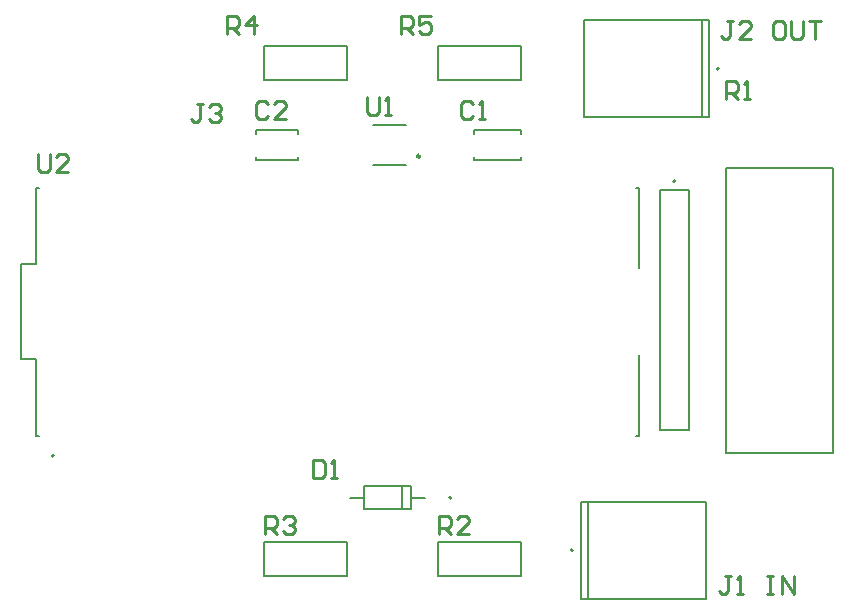
<source format=gbr>
%TF.GenerationSoftware,Altium Limited,Altium Designer,23.0.1 (38)*%
G04 Layer_Color=65535*
%FSLAX45Y45*%
%MOMM*%
%TF.SameCoordinates,E21AF8FC-8B61-408E-9598-FC2968858709*%
%TF.FilePolarity,Positive*%
%TF.FileFunction,Legend,Top*%
%TF.Part,Single*%
G01*
G75*
%TA.AperFunction,NonConductor*%
%ADD29C,0.20000*%
%ADD30C,0.25000*%
%ADD31C,0.12700*%
%ADD32C,0.15240*%
%ADD33C,0.25400*%
D29*
X2886700Y6337500D02*
G03*
X2886700Y6337500I-10000J0D01*
G01*
X6255000Y5981700D02*
G03*
X6255000Y5981700I-10000J0D01*
G01*
X7283100Y5537200D02*
G03*
X7283100Y5537200I-10000J0D01*
G01*
X8150700Y8660200D02*
G03*
X8150700Y8660200I-10000J0D01*
G01*
X8519000Y9613900D02*
G03*
X8519000Y9613900I-10000J0D01*
G01*
X5591952Y8800300D02*
X5871952D01*
X5591952Y9140300D02*
X5871952D01*
X4955200Y8841200D02*
Y8868700D01*
Y9063700D02*
Y9091200D01*
X4595200D02*
X4955200D01*
X4595200Y8841200D02*
Y8868700D01*
Y9063700D02*
Y9091200D01*
Y8841200D02*
X4955200D01*
X6842100D02*
Y8868700D01*
Y9063700D02*
Y9091200D01*
X6442100D02*
X6842100D01*
X6442100Y8841200D02*
Y8868700D01*
Y9063700D02*
Y9091200D01*
Y8841200D02*
X6842100D01*
D30*
X5987262Y8872800D02*
G03*
X5987262Y8872800I-12500J0D01*
G01*
D31*
X7814700Y8606500D02*
X7839700D01*
Y7922500D02*
Y8606500D01*
Y6506500D02*
Y7190500D01*
X7814700Y6506500D02*
X7839700D01*
X2739700Y8606500D02*
X2764700D01*
X2739700Y7956500D02*
Y8606500D01*
X2609700Y7956500D02*
X2739700D01*
X2609700Y7156500D02*
X2739700D01*
X2609700D02*
Y7956500D01*
X2739700Y6506500D02*
X2764700D01*
X2739700D02*
Y7156500D01*
X5915000Y5981700D02*
Y6081700D01*
Y5881700D02*
Y5981700D01*
X5515000Y5881700D02*
X5915000D01*
X5515000D02*
Y5981700D01*
Y6081700D01*
X5915000D01*
X5397000Y5981700D02*
X5515000D01*
X5915000D02*
X6033000D01*
X5836532Y5882351D02*
Y6080471D01*
X7348100Y5127200D02*
X7408100D01*
X7348100D02*
Y5947200D01*
X7408100D01*
Y5127200D02*
Y5947200D01*
X8408100Y5127200D02*
Y5947200D01*
X7408100Y5127200D02*
X8408100D01*
X7408100Y5947200D02*
X8408100D01*
X8015700Y6553200D02*
Y8585200D01*
X8265700D01*
X8015700Y6553200D02*
X8265700D01*
Y8585200D01*
X7374000Y9203900D02*
X8374000D01*
X7374000D02*
Y10023900D01*
X8374000D01*
Y9203900D02*
Y10023900D01*
X8434000Y9203900D02*
Y10023900D01*
X8374000D02*
X8434000D01*
X8374000Y9203900D02*
X8434000D01*
D32*
X6136640Y9521190D02*
Y9808210D01*
X6842760D01*
Y9521190D02*
Y9808210D01*
X6136640Y9521190D02*
X6842760D01*
X4663440D02*
Y9808210D01*
X5369560D01*
Y9521190D02*
Y9808210D01*
X4663440Y9521190D02*
X5369560D01*
X4663440Y5317490D02*
Y5604510D01*
X5369560D01*
Y5317490D02*
Y5604510D01*
X4663440Y5317490D02*
X5369560D01*
X6136640Y5604510D02*
X6842760D01*
X6136640Y5317490D02*
Y5604510D01*
Y5317490D02*
X6842760D01*
Y5604510D01*
X8578850Y6362700D02*
X9480550D01*
X8578850D02*
Y8775700D01*
X9480550D01*
Y6362700D02*
Y8775700D01*
D33*
X9055075Y10020251D02*
X9004292D01*
X8978900Y9994859D01*
Y9893292D01*
X9004292Y9867900D01*
X9055075D01*
X9080467Y9893292D01*
Y9994859D01*
X9055075Y10020251D01*
X9131251D02*
Y9893292D01*
X9156643Y9867900D01*
X9207426D01*
X9232818Y9893292D01*
Y10020251D01*
X9283601D02*
X9385169D01*
X9334385D01*
Y9867900D01*
X8928100Y5321251D02*
X8978883D01*
X8953492D01*
Y5168900D01*
X8928100D01*
X8978883D01*
X9055059D02*
Y5321251D01*
X9156626Y5168900D01*
Y5321251D01*
X5080033Y6299175D02*
Y6146825D01*
X5156208D01*
X5181600Y6172217D01*
Y6273783D01*
X5156208Y6299175D01*
X5080033D01*
X5232384Y6146825D02*
X5283167D01*
X5257776D01*
Y6299175D01*
X5232384Y6273783D01*
X2755941Y8889975D02*
Y8763017D01*
X2781333Y8737625D01*
X2832117D01*
X2857508Y8763017D01*
Y8889975D01*
X3009859Y8737625D02*
X2908292D01*
X3009859Y8839192D01*
Y8864583D01*
X2984467Y8889975D01*
X2933684D01*
X2908292Y8864583D01*
X5537200Y9377631D02*
Y9250672D01*
X5562592Y9225280D01*
X5613375D01*
X5638767Y9250672D01*
Y9377631D01*
X5689551Y9225280D02*
X5740334D01*
X5714943D01*
Y9377631D01*
X5689551Y9352239D01*
X5824220Y9911080D02*
Y10063431D01*
X5900395D01*
X5925787Y10038039D01*
Y9987255D01*
X5900395Y9961863D01*
X5824220D01*
X5875003D02*
X5925787Y9911080D01*
X6078138Y10063431D02*
X5976571D01*
Y9987255D01*
X6027354Y10012647D01*
X6052746D01*
X6078138Y9987255D01*
Y9936472D01*
X6052746Y9911080D01*
X6001963D01*
X5976571Y9936472D01*
X4351020Y9911080D02*
Y10063431D01*
X4427195D01*
X4452587Y10038039D01*
Y9987255D01*
X4427195Y9961863D01*
X4351020D01*
X4401803D02*
X4452587Y9911080D01*
X4579546D02*
Y10063431D01*
X4503371Y9987255D01*
X4604938D01*
X4673641Y5676925D02*
Y5829275D01*
X4749817D01*
X4775208Y5803883D01*
Y5753100D01*
X4749817Y5727708D01*
X4673641D01*
X4724425D02*
X4775208Y5676925D01*
X4825992Y5803883D02*
X4851384Y5829275D01*
X4902167D01*
X4927559Y5803883D01*
Y5778492D01*
X4902167Y5753100D01*
X4876775D01*
X4902167D01*
X4927559Y5727708D01*
Y5702317D01*
X4902167Y5676925D01*
X4851384D01*
X4825992Y5702317D01*
X6146841Y5676925D02*
Y5829275D01*
X6223017D01*
X6248408Y5803883D01*
Y5753100D01*
X6223017Y5727708D01*
X6146841D01*
X6197625D02*
X6248408Y5676925D01*
X6400759D02*
X6299192D01*
X6400759Y5778492D01*
Y5803883D01*
X6375367Y5829275D01*
X6324584D01*
X6299192Y5803883D01*
X8580120Y9357360D02*
Y9509711D01*
X8656295D01*
X8681687Y9484319D01*
Y9433535D01*
X8656295Y9408143D01*
X8580120D01*
X8630903D02*
X8681687Y9357360D01*
X8732471D02*
X8783254D01*
X8757863D01*
Y9509711D01*
X8732471Y9484319D01*
X4147787Y9311591D02*
X4097003D01*
X4122395D01*
Y9184632D01*
X4097003Y9159240D01*
X4071612D01*
X4046220Y9184632D01*
X4198571Y9286199D02*
X4223963Y9311591D01*
X4274746D01*
X4300138Y9286199D01*
Y9260807D01*
X4274746Y9235415D01*
X4249354D01*
X4274746D01*
X4300138Y9210023D01*
Y9184632D01*
X4274746Y9159240D01*
X4223963D01*
X4198571Y9184632D01*
X8636008Y10020275D02*
X8585225D01*
X8610617D01*
Y9893317D01*
X8585225Y9867925D01*
X8559833D01*
X8534441Y9893317D01*
X8788359Y9867925D02*
X8686792D01*
X8788359Y9969492D01*
Y9994883D01*
X8762967Y10020275D01*
X8712184D01*
X8686792Y9994883D01*
X8623300Y5321275D02*
X8572517D01*
X8597908D01*
Y5194317D01*
X8572517Y5168925D01*
X8547125D01*
X8521733Y5194317D01*
X8674084Y5168925D02*
X8724867D01*
X8699476D01*
Y5321275D01*
X8674084Y5295883D01*
X4696427Y9314139D02*
X4671035Y9339531D01*
X4620252D01*
X4594860Y9314139D01*
Y9212572D01*
X4620252Y9187180D01*
X4671035D01*
X4696427Y9212572D01*
X4848778Y9187180D02*
X4747211D01*
X4848778Y9288747D01*
Y9314139D01*
X4823386Y9339531D01*
X4772603D01*
X4747211Y9314139D01*
X6438867D02*
X6413475Y9339531D01*
X6362692D01*
X6337300Y9314139D01*
Y9212572D01*
X6362692Y9187180D01*
X6413475D01*
X6438867Y9212572D01*
X6489651Y9187180D02*
X6540434D01*
X6515043D01*
Y9339531D01*
X6489651Y9314139D01*
%TF.MD5,027e4a36c28aa7089c5992459e341e46*%
M02*

</source>
